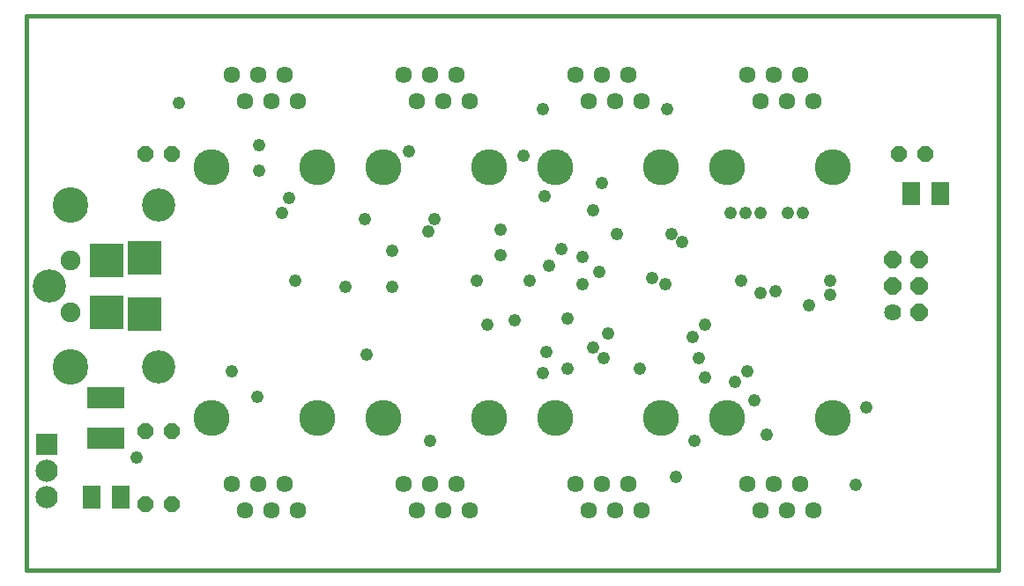
<source format=gts>
G75*
G70*
%OFA0B0*%
%FSLAX24Y24*%
%IPPOS*%
%LPD*%
%AMOC8*
5,1,8,0,0,1.08239X$1,22.5*
%
%ADD10C,0.0160*%
%ADD11C,0.0640*%
%ADD12OC8,0.0640*%
%ADD13R,0.0840X0.0840*%
%ADD14C,0.0840*%
%ADD15C,0.0634*%
%ADD16C,0.0000*%
%ADD17C,0.1360*%
%ADD18C,0.1261*%
%ADD19C,0.1346*%
%ADD20R,0.1261X0.1261*%
%ADD21C,0.0749*%
%ADD22OC8,0.0600*%
%ADD23R,0.0710X0.0867*%
%ADD24R,0.1419X0.0828*%
%ADD25C,0.0488*%
D10*
X000550Y001235D02*
X037300Y001235D01*
X037300Y022235D01*
X000550Y022235D01*
X000550Y001235D01*
D11*
X033300Y010985D03*
D12*
X034300Y010985D03*
X034300Y011985D03*
X033300Y011985D03*
X033300Y012985D03*
X034300Y012985D03*
D13*
X001300Y005985D03*
D14*
X001300Y004985D03*
X001300Y003985D03*
D15*
X008300Y004485D03*
X009300Y004485D03*
X010300Y004485D03*
X009800Y003485D03*
X010800Y003485D03*
X008800Y003485D03*
X014800Y004485D03*
X015800Y004485D03*
X016800Y004485D03*
X016300Y003485D03*
X017300Y003485D03*
X015300Y003485D03*
X021300Y004485D03*
X022300Y004485D03*
X023300Y004485D03*
X022800Y003485D03*
X021800Y003485D03*
X023800Y003485D03*
X027800Y004485D03*
X028800Y004485D03*
X029800Y004485D03*
X029300Y003485D03*
X028300Y003485D03*
X030300Y003485D03*
X030300Y018985D03*
X029300Y018985D03*
X028300Y018985D03*
X027800Y019985D03*
X028800Y019985D03*
X029800Y019985D03*
X023800Y018985D03*
X022800Y018985D03*
X021800Y018985D03*
X021300Y019985D03*
X022300Y019985D03*
X023300Y019985D03*
X017300Y018985D03*
X016300Y018985D03*
X015300Y018985D03*
X014800Y019985D03*
X015800Y019985D03*
X016800Y019985D03*
X010800Y018985D03*
X009800Y018985D03*
X008800Y018985D03*
X008300Y019985D03*
X009300Y019985D03*
X010300Y019985D03*
D16*
X010910Y016485D02*
X010912Y016535D01*
X010918Y016585D01*
X010928Y016634D01*
X010941Y016683D01*
X010959Y016730D01*
X010980Y016776D01*
X011004Y016819D01*
X011032Y016861D01*
X011063Y016901D01*
X011097Y016938D01*
X011134Y016972D01*
X011174Y017003D01*
X011216Y017031D01*
X011259Y017055D01*
X011305Y017076D01*
X011352Y017094D01*
X011401Y017107D01*
X011450Y017117D01*
X011500Y017123D01*
X011550Y017125D01*
X011600Y017123D01*
X011650Y017117D01*
X011699Y017107D01*
X011748Y017094D01*
X011795Y017076D01*
X011841Y017055D01*
X011884Y017031D01*
X011926Y017003D01*
X011966Y016972D01*
X012003Y016938D01*
X012037Y016901D01*
X012068Y016861D01*
X012096Y016819D01*
X012120Y016776D01*
X012141Y016730D01*
X012159Y016683D01*
X012172Y016634D01*
X012182Y016585D01*
X012188Y016535D01*
X012190Y016485D01*
X012188Y016435D01*
X012182Y016385D01*
X012172Y016336D01*
X012159Y016287D01*
X012141Y016240D01*
X012120Y016194D01*
X012096Y016151D01*
X012068Y016109D01*
X012037Y016069D01*
X012003Y016032D01*
X011966Y015998D01*
X011926Y015967D01*
X011884Y015939D01*
X011841Y015915D01*
X011795Y015894D01*
X011748Y015876D01*
X011699Y015863D01*
X011650Y015853D01*
X011600Y015847D01*
X011550Y015845D01*
X011500Y015847D01*
X011450Y015853D01*
X011401Y015863D01*
X011352Y015876D01*
X011305Y015894D01*
X011259Y015915D01*
X011216Y015939D01*
X011174Y015967D01*
X011134Y015998D01*
X011097Y016032D01*
X011063Y016069D01*
X011032Y016109D01*
X011004Y016151D01*
X010980Y016194D01*
X010959Y016240D01*
X010941Y016287D01*
X010928Y016336D01*
X010918Y016385D01*
X010912Y016435D01*
X010910Y016485D01*
X006910Y016485D02*
X006912Y016535D01*
X006918Y016585D01*
X006928Y016634D01*
X006941Y016683D01*
X006959Y016730D01*
X006980Y016776D01*
X007004Y016819D01*
X007032Y016861D01*
X007063Y016901D01*
X007097Y016938D01*
X007134Y016972D01*
X007174Y017003D01*
X007216Y017031D01*
X007259Y017055D01*
X007305Y017076D01*
X007352Y017094D01*
X007401Y017107D01*
X007450Y017117D01*
X007500Y017123D01*
X007550Y017125D01*
X007600Y017123D01*
X007650Y017117D01*
X007699Y017107D01*
X007748Y017094D01*
X007795Y017076D01*
X007841Y017055D01*
X007884Y017031D01*
X007926Y017003D01*
X007966Y016972D01*
X008003Y016938D01*
X008037Y016901D01*
X008068Y016861D01*
X008096Y016819D01*
X008120Y016776D01*
X008141Y016730D01*
X008159Y016683D01*
X008172Y016634D01*
X008182Y016585D01*
X008188Y016535D01*
X008190Y016485D01*
X008188Y016435D01*
X008182Y016385D01*
X008172Y016336D01*
X008159Y016287D01*
X008141Y016240D01*
X008120Y016194D01*
X008096Y016151D01*
X008068Y016109D01*
X008037Y016069D01*
X008003Y016032D01*
X007966Y015998D01*
X007926Y015967D01*
X007884Y015939D01*
X007841Y015915D01*
X007795Y015894D01*
X007748Y015876D01*
X007699Y015863D01*
X007650Y015853D01*
X007600Y015847D01*
X007550Y015845D01*
X007500Y015847D01*
X007450Y015853D01*
X007401Y015863D01*
X007352Y015876D01*
X007305Y015894D01*
X007259Y015915D01*
X007216Y015939D01*
X007174Y015967D01*
X007134Y015998D01*
X007097Y016032D01*
X007063Y016069D01*
X007032Y016109D01*
X007004Y016151D01*
X006980Y016194D01*
X006959Y016240D01*
X006941Y016287D01*
X006928Y016336D01*
X006918Y016385D01*
X006912Y016435D01*
X006910Y016485D01*
X001869Y012969D02*
X001871Y013005D01*
X001877Y013041D01*
X001887Y013076D01*
X001900Y013110D01*
X001917Y013142D01*
X001937Y013172D01*
X001961Y013199D01*
X001987Y013224D01*
X002016Y013246D01*
X002047Y013265D01*
X002080Y013280D01*
X002114Y013292D01*
X002150Y013300D01*
X002186Y013304D01*
X002222Y013304D01*
X002258Y013300D01*
X002294Y013292D01*
X002328Y013280D01*
X002361Y013265D01*
X002392Y013246D01*
X002421Y013224D01*
X002447Y013199D01*
X002471Y013172D01*
X002491Y013142D01*
X002508Y013110D01*
X002521Y013076D01*
X002531Y013041D01*
X002537Y013005D01*
X002539Y012969D01*
X002537Y012933D01*
X002531Y012897D01*
X002521Y012862D01*
X002508Y012828D01*
X002491Y012796D01*
X002471Y012766D01*
X002447Y012739D01*
X002421Y012714D01*
X002392Y012692D01*
X002361Y012673D01*
X002328Y012658D01*
X002294Y012646D01*
X002258Y012638D01*
X002222Y012634D01*
X002186Y012634D01*
X002150Y012638D01*
X002114Y012646D01*
X002080Y012658D01*
X002047Y012673D01*
X002016Y012692D01*
X001987Y012714D01*
X001961Y012739D01*
X001937Y012766D01*
X001917Y012796D01*
X001900Y012828D01*
X001887Y012862D01*
X001877Y012897D01*
X001871Y012933D01*
X001869Y012969D01*
X001869Y011001D02*
X001871Y011037D01*
X001877Y011073D01*
X001887Y011108D01*
X001900Y011142D01*
X001917Y011174D01*
X001937Y011204D01*
X001961Y011231D01*
X001987Y011256D01*
X002016Y011278D01*
X002047Y011297D01*
X002080Y011312D01*
X002114Y011324D01*
X002150Y011332D01*
X002186Y011336D01*
X002222Y011336D01*
X002258Y011332D01*
X002294Y011324D01*
X002328Y011312D01*
X002361Y011297D01*
X002392Y011278D01*
X002421Y011256D01*
X002447Y011231D01*
X002471Y011204D01*
X002491Y011174D01*
X002508Y011142D01*
X002521Y011108D01*
X002531Y011073D01*
X002537Y011037D01*
X002539Y011001D01*
X002537Y010965D01*
X002531Y010929D01*
X002521Y010894D01*
X002508Y010860D01*
X002491Y010828D01*
X002471Y010798D01*
X002447Y010771D01*
X002421Y010746D01*
X002392Y010724D01*
X002361Y010705D01*
X002328Y010690D01*
X002294Y010678D01*
X002258Y010670D01*
X002222Y010666D01*
X002186Y010666D01*
X002150Y010670D01*
X002114Y010678D01*
X002080Y010690D01*
X002047Y010705D01*
X002016Y010724D01*
X001987Y010746D01*
X001961Y010771D01*
X001937Y010798D01*
X001917Y010828D01*
X001900Y010860D01*
X001887Y010894D01*
X001877Y010929D01*
X001871Y010965D01*
X001869Y011001D01*
X006910Y006985D02*
X006912Y007035D01*
X006918Y007085D01*
X006928Y007134D01*
X006941Y007183D01*
X006959Y007230D01*
X006980Y007276D01*
X007004Y007319D01*
X007032Y007361D01*
X007063Y007401D01*
X007097Y007438D01*
X007134Y007472D01*
X007174Y007503D01*
X007216Y007531D01*
X007259Y007555D01*
X007305Y007576D01*
X007352Y007594D01*
X007401Y007607D01*
X007450Y007617D01*
X007500Y007623D01*
X007550Y007625D01*
X007600Y007623D01*
X007650Y007617D01*
X007699Y007607D01*
X007748Y007594D01*
X007795Y007576D01*
X007841Y007555D01*
X007884Y007531D01*
X007926Y007503D01*
X007966Y007472D01*
X008003Y007438D01*
X008037Y007401D01*
X008068Y007361D01*
X008096Y007319D01*
X008120Y007276D01*
X008141Y007230D01*
X008159Y007183D01*
X008172Y007134D01*
X008182Y007085D01*
X008188Y007035D01*
X008190Y006985D01*
X008188Y006935D01*
X008182Y006885D01*
X008172Y006836D01*
X008159Y006787D01*
X008141Y006740D01*
X008120Y006694D01*
X008096Y006651D01*
X008068Y006609D01*
X008037Y006569D01*
X008003Y006532D01*
X007966Y006498D01*
X007926Y006467D01*
X007884Y006439D01*
X007841Y006415D01*
X007795Y006394D01*
X007748Y006376D01*
X007699Y006363D01*
X007650Y006353D01*
X007600Y006347D01*
X007550Y006345D01*
X007500Y006347D01*
X007450Y006353D01*
X007401Y006363D01*
X007352Y006376D01*
X007305Y006394D01*
X007259Y006415D01*
X007216Y006439D01*
X007174Y006467D01*
X007134Y006498D01*
X007097Y006532D01*
X007063Y006569D01*
X007032Y006609D01*
X007004Y006651D01*
X006980Y006694D01*
X006959Y006740D01*
X006941Y006787D01*
X006928Y006836D01*
X006918Y006885D01*
X006912Y006935D01*
X006910Y006985D01*
X010910Y006985D02*
X010912Y007035D01*
X010918Y007085D01*
X010928Y007134D01*
X010941Y007183D01*
X010959Y007230D01*
X010980Y007276D01*
X011004Y007319D01*
X011032Y007361D01*
X011063Y007401D01*
X011097Y007438D01*
X011134Y007472D01*
X011174Y007503D01*
X011216Y007531D01*
X011259Y007555D01*
X011305Y007576D01*
X011352Y007594D01*
X011401Y007607D01*
X011450Y007617D01*
X011500Y007623D01*
X011550Y007625D01*
X011600Y007623D01*
X011650Y007617D01*
X011699Y007607D01*
X011748Y007594D01*
X011795Y007576D01*
X011841Y007555D01*
X011884Y007531D01*
X011926Y007503D01*
X011966Y007472D01*
X012003Y007438D01*
X012037Y007401D01*
X012068Y007361D01*
X012096Y007319D01*
X012120Y007276D01*
X012141Y007230D01*
X012159Y007183D01*
X012172Y007134D01*
X012182Y007085D01*
X012188Y007035D01*
X012190Y006985D01*
X012188Y006935D01*
X012182Y006885D01*
X012172Y006836D01*
X012159Y006787D01*
X012141Y006740D01*
X012120Y006694D01*
X012096Y006651D01*
X012068Y006609D01*
X012037Y006569D01*
X012003Y006532D01*
X011966Y006498D01*
X011926Y006467D01*
X011884Y006439D01*
X011841Y006415D01*
X011795Y006394D01*
X011748Y006376D01*
X011699Y006363D01*
X011650Y006353D01*
X011600Y006347D01*
X011550Y006345D01*
X011500Y006347D01*
X011450Y006353D01*
X011401Y006363D01*
X011352Y006376D01*
X011305Y006394D01*
X011259Y006415D01*
X011216Y006439D01*
X011174Y006467D01*
X011134Y006498D01*
X011097Y006532D01*
X011063Y006569D01*
X011032Y006609D01*
X011004Y006651D01*
X010980Y006694D01*
X010959Y006740D01*
X010941Y006787D01*
X010928Y006836D01*
X010918Y006885D01*
X010912Y006935D01*
X010910Y006985D01*
X013410Y006985D02*
X013412Y007035D01*
X013418Y007085D01*
X013428Y007134D01*
X013441Y007183D01*
X013459Y007230D01*
X013480Y007276D01*
X013504Y007319D01*
X013532Y007361D01*
X013563Y007401D01*
X013597Y007438D01*
X013634Y007472D01*
X013674Y007503D01*
X013716Y007531D01*
X013759Y007555D01*
X013805Y007576D01*
X013852Y007594D01*
X013901Y007607D01*
X013950Y007617D01*
X014000Y007623D01*
X014050Y007625D01*
X014100Y007623D01*
X014150Y007617D01*
X014199Y007607D01*
X014248Y007594D01*
X014295Y007576D01*
X014341Y007555D01*
X014384Y007531D01*
X014426Y007503D01*
X014466Y007472D01*
X014503Y007438D01*
X014537Y007401D01*
X014568Y007361D01*
X014596Y007319D01*
X014620Y007276D01*
X014641Y007230D01*
X014659Y007183D01*
X014672Y007134D01*
X014682Y007085D01*
X014688Y007035D01*
X014690Y006985D01*
X014688Y006935D01*
X014682Y006885D01*
X014672Y006836D01*
X014659Y006787D01*
X014641Y006740D01*
X014620Y006694D01*
X014596Y006651D01*
X014568Y006609D01*
X014537Y006569D01*
X014503Y006532D01*
X014466Y006498D01*
X014426Y006467D01*
X014384Y006439D01*
X014341Y006415D01*
X014295Y006394D01*
X014248Y006376D01*
X014199Y006363D01*
X014150Y006353D01*
X014100Y006347D01*
X014050Y006345D01*
X014000Y006347D01*
X013950Y006353D01*
X013901Y006363D01*
X013852Y006376D01*
X013805Y006394D01*
X013759Y006415D01*
X013716Y006439D01*
X013674Y006467D01*
X013634Y006498D01*
X013597Y006532D01*
X013563Y006569D01*
X013532Y006609D01*
X013504Y006651D01*
X013480Y006694D01*
X013459Y006740D01*
X013441Y006787D01*
X013428Y006836D01*
X013418Y006885D01*
X013412Y006935D01*
X013410Y006985D01*
X017410Y006985D02*
X017412Y007035D01*
X017418Y007085D01*
X017428Y007134D01*
X017441Y007183D01*
X017459Y007230D01*
X017480Y007276D01*
X017504Y007319D01*
X017532Y007361D01*
X017563Y007401D01*
X017597Y007438D01*
X017634Y007472D01*
X017674Y007503D01*
X017716Y007531D01*
X017759Y007555D01*
X017805Y007576D01*
X017852Y007594D01*
X017901Y007607D01*
X017950Y007617D01*
X018000Y007623D01*
X018050Y007625D01*
X018100Y007623D01*
X018150Y007617D01*
X018199Y007607D01*
X018248Y007594D01*
X018295Y007576D01*
X018341Y007555D01*
X018384Y007531D01*
X018426Y007503D01*
X018466Y007472D01*
X018503Y007438D01*
X018537Y007401D01*
X018568Y007361D01*
X018596Y007319D01*
X018620Y007276D01*
X018641Y007230D01*
X018659Y007183D01*
X018672Y007134D01*
X018682Y007085D01*
X018688Y007035D01*
X018690Y006985D01*
X018688Y006935D01*
X018682Y006885D01*
X018672Y006836D01*
X018659Y006787D01*
X018641Y006740D01*
X018620Y006694D01*
X018596Y006651D01*
X018568Y006609D01*
X018537Y006569D01*
X018503Y006532D01*
X018466Y006498D01*
X018426Y006467D01*
X018384Y006439D01*
X018341Y006415D01*
X018295Y006394D01*
X018248Y006376D01*
X018199Y006363D01*
X018150Y006353D01*
X018100Y006347D01*
X018050Y006345D01*
X018000Y006347D01*
X017950Y006353D01*
X017901Y006363D01*
X017852Y006376D01*
X017805Y006394D01*
X017759Y006415D01*
X017716Y006439D01*
X017674Y006467D01*
X017634Y006498D01*
X017597Y006532D01*
X017563Y006569D01*
X017532Y006609D01*
X017504Y006651D01*
X017480Y006694D01*
X017459Y006740D01*
X017441Y006787D01*
X017428Y006836D01*
X017418Y006885D01*
X017412Y006935D01*
X017410Y006985D01*
X019910Y006985D02*
X019912Y007035D01*
X019918Y007085D01*
X019928Y007134D01*
X019941Y007183D01*
X019959Y007230D01*
X019980Y007276D01*
X020004Y007319D01*
X020032Y007361D01*
X020063Y007401D01*
X020097Y007438D01*
X020134Y007472D01*
X020174Y007503D01*
X020216Y007531D01*
X020259Y007555D01*
X020305Y007576D01*
X020352Y007594D01*
X020401Y007607D01*
X020450Y007617D01*
X020500Y007623D01*
X020550Y007625D01*
X020600Y007623D01*
X020650Y007617D01*
X020699Y007607D01*
X020748Y007594D01*
X020795Y007576D01*
X020841Y007555D01*
X020884Y007531D01*
X020926Y007503D01*
X020966Y007472D01*
X021003Y007438D01*
X021037Y007401D01*
X021068Y007361D01*
X021096Y007319D01*
X021120Y007276D01*
X021141Y007230D01*
X021159Y007183D01*
X021172Y007134D01*
X021182Y007085D01*
X021188Y007035D01*
X021190Y006985D01*
X021188Y006935D01*
X021182Y006885D01*
X021172Y006836D01*
X021159Y006787D01*
X021141Y006740D01*
X021120Y006694D01*
X021096Y006651D01*
X021068Y006609D01*
X021037Y006569D01*
X021003Y006532D01*
X020966Y006498D01*
X020926Y006467D01*
X020884Y006439D01*
X020841Y006415D01*
X020795Y006394D01*
X020748Y006376D01*
X020699Y006363D01*
X020650Y006353D01*
X020600Y006347D01*
X020550Y006345D01*
X020500Y006347D01*
X020450Y006353D01*
X020401Y006363D01*
X020352Y006376D01*
X020305Y006394D01*
X020259Y006415D01*
X020216Y006439D01*
X020174Y006467D01*
X020134Y006498D01*
X020097Y006532D01*
X020063Y006569D01*
X020032Y006609D01*
X020004Y006651D01*
X019980Y006694D01*
X019959Y006740D01*
X019941Y006787D01*
X019928Y006836D01*
X019918Y006885D01*
X019912Y006935D01*
X019910Y006985D01*
X023910Y006985D02*
X023912Y007035D01*
X023918Y007085D01*
X023928Y007134D01*
X023941Y007183D01*
X023959Y007230D01*
X023980Y007276D01*
X024004Y007319D01*
X024032Y007361D01*
X024063Y007401D01*
X024097Y007438D01*
X024134Y007472D01*
X024174Y007503D01*
X024216Y007531D01*
X024259Y007555D01*
X024305Y007576D01*
X024352Y007594D01*
X024401Y007607D01*
X024450Y007617D01*
X024500Y007623D01*
X024550Y007625D01*
X024600Y007623D01*
X024650Y007617D01*
X024699Y007607D01*
X024748Y007594D01*
X024795Y007576D01*
X024841Y007555D01*
X024884Y007531D01*
X024926Y007503D01*
X024966Y007472D01*
X025003Y007438D01*
X025037Y007401D01*
X025068Y007361D01*
X025096Y007319D01*
X025120Y007276D01*
X025141Y007230D01*
X025159Y007183D01*
X025172Y007134D01*
X025182Y007085D01*
X025188Y007035D01*
X025190Y006985D01*
X025188Y006935D01*
X025182Y006885D01*
X025172Y006836D01*
X025159Y006787D01*
X025141Y006740D01*
X025120Y006694D01*
X025096Y006651D01*
X025068Y006609D01*
X025037Y006569D01*
X025003Y006532D01*
X024966Y006498D01*
X024926Y006467D01*
X024884Y006439D01*
X024841Y006415D01*
X024795Y006394D01*
X024748Y006376D01*
X024699Y006363D01*
X024650Y006353D01*
X024600Y006347D01*
X024550Y006345D01*
X024500Y006347D01*
X024450Y006353D01*
X024401Y006363D01*
X024352Y006376D01*
X024305Y006394D01*
X024259Y006415D01*
X024216Y006439D01*
X024174Y006467D01*
X024134Y006498D01*
X024097Y006532D01*
X024063Y006569D01*
X024032Y006609D01*
X024004Y006651D01*
X023980Y006694D01*
X023959Y006740D01*
X023941Y006787D01*
X023928Y006836D01*
X023918Y006885D01*
X023912Y006935D01*
X023910Y006985D01*
X026410Y006985D02*
X026412Y007035D01*
X026418Y007085D01*
X026428Y007134D01*
X026441Y007183D01*
X026459Y007230D01*
X026480Y007276D01*
X026504Y007319D01*
X026532Y007361D01*
X026563Y007401D01*
X026597Y007438D01*
X026634Y007472D01*
X026674Y007503D01*
X026716Y007531D01*
X026759Y007555D01*
X026805Y007576D01*
X026852Y007594D01*
X026901Y007607D01*
X026950Y007617D01*
X027000Y007623D01*
X027050Y007625D01*
X027100Y007623D01*
X027150Y007617D01*
X027199Y007607D01*
X027248Y007594D01*
X027295Y007576D01*
X027341Y007555D01*
X027384Y007531D01*
X027426Y007503D01*
X027466Y007472D01*
X027503Y007438D01*
X027537Y007401D01*
X027568Y007361D01*
X027596Y007319D01*
X027620Y007276D01*
X027641Y007230D01*
X027659Y007183D01*
X027672Y007134D01*
X027682Y007085D01*
X027688Y007035D01*
X027690Y006985D01*
X027688Y006935D01*
X027682Y006885D01*
X027672Y006836D01*
X027659Y006787D01*
X027641Y006740D01*
X027620Y006694D01*
X027596Y006651D01*
X027568Y006609D01*
X027537Y006569D01*
X027503Y006532D01*
X027466Y006498D01*
X027426Y006467D01*
X027384Y006439D01*
X027341Y006415D01*
X027295Y006394D01*
X027248Y006376D01*
X027199Y006363D01*
X027150Y006353D01*
X027100Y006347D01*
X027050Y006345D01*
X027000Y006347D01*
X026950Y006353D01*
X026901Y006363D01*
X026852Y006376D01*
X026805Y006394D01*
X026759Y006415D01*
X026716Y006439D01*
X026674Y006467D01*
X026634Y006498D01*
X026597Y006532D01*
X026563Y006569D01*
X026532Y006609D01*
X026504Y006651D01*
X026480Y006694D01*
X026459Y006740D01*
X026441Y006787D01*
X026428Y006836D01*
X026418Y006885D01*
X026412Y006935D01*
X026410Y006985D01*
X030410Y006985D02*
X030412Y007035D01*
X030418Y007085D01*
X030428Y007134D01*
X030441Y007183D01*
X030459Y007230D01*
X030480Y007276D01*
X030504Y007319D01*
X030532Y007361D01*
X030563Y007401D01*
X030597Y007438D01*
X030634Y007472D01*
X030674Y007503D01*
X030716Y007531D01*
X030759Y007555D01*
X030805Y007576D01*
X030852Y007594D01*
X030901Y007607D01*
X030950Y007617D01*
X031000Y007623D01*
X031050Y007625D01*
X031100Y007623D01*
X031150Y007617D01*
X031199Y007607D01*
X031248Y007594D01*
X031295Y007576D01*
X031341Y007555D01*
X031384Y007531D01*
X031426Y007503D01*
X031466Y007472D01*
X031503Y007438D01*
X031537Y007401D01*
X031568Y007361D01*
X031596Y007319D01*
X031620Y007276D01*
X031641Y007230D01*
X031659Y007183D01*
X031672Y007134D01*
X031682Y007085D01*
X031688Y007035D01*
X031690Y006985D01*
X031688Y006935D01*
X031682Y006885D01*
X031672Y006836D01*
X031659Y006787D01*
X031641Y006740D01*
X031620Y006694D01*
X031596Y006651D01*
X031568Y006609D01*
X031537Y006569D01*
X031503Y006532D01*
X031466Y006498D01*
X031426Y006467D01*
X031384Y006439D01*
X031341Y006415D01*
X031295Y006394D01*
X031248Y006376D01*
X031199Y006363D01*
X031150Y006353D01*
X031100Y006347D01*
X031050Y006345D01*
X031000Y006347D01*
X030950Y006353D01*
X030901Y006363D01*
X030852Y006376D01*
X030805Y006394D01*
X030759Y006415D01*
X030716Y006439D01*
X030674Y006467D01*
X030634Y006498D01*
X030597Y006532D01*
X030563Y006569D01*
X030532Y006609D01*
X030504Y006651D01*
X030480Y006694D01*
X030459Y006740D01*
X030441Y006787D01*
X030428Y006836D01*
X030418Y006885D01*
X030412Y006935D01*
X030410Y006985D01*
X030410Y016485D02*
X030412Y016535D01*
X030418Y016585D01*
X030428Y016634D01*
X030441Y016683D01*
X030459Y016730D01*
X030480Y016776D01*
X030504Y016819D01*
X030532Y016861D01*
X030563Y016901D01*
X030597Y016938D01*
X030634Y016972D01*
X030674Y017003D01*
X030716Y017031D01*
X030759Y017055D01*
X030805Y017076D01*
X030852Y017094D01*
X030901Y017107D01*
X030950Y017117D01*
X031000Y017123D01*
X031050Y017125D01*
X031100Y017123D01*
X031150Y017117D01*
X031199Y017107D01*
X031248Y017094D01*
X031295Y017076D01*
X031341Y017055D01*
X031384Y017031D01*
X031426Y017003D01*
X031466Y016972D01*
X031503Y016938D01*
X031537Y016901D01*
X031568Y016861D01*
X031596Y016819D01*
X031620Y016776D01*
X031641Y016730D01*
X031659Y016683D01*
X031672Y016634D01*
X031682Y016585D01*
X031688Y016535D01*
X031690Y016485D01*
X031688Y016435D01*
X031682Y016385D01*
X031672Y016336D01*
X031659Y016287D01*
X031641Y016240D01*
X031620Y016194D01*
X031596Y016151D01*
X031568Y016109D01*
X031537Y016069D01*
X031503Y016032D01*
X031466Y015998D01*
X031426Y015967D01*
X031384Y015939D01*
X031341Y015915D01*
X031295Y015894D01*
X031248Y015876D01*
X031199Y015863D01*
X031150Y015853D01*
X031100Y015847D01*
X031050Y015845D01*
X031000Y015847D01*
X030950Y015853D01*
X030901Y015863D01*
X030852Y015876D01*
X030805Y015894D01*
X030759Y015915D01*
X030716Y015939D01*
X030674Y015967D01*
X030634Y015998D01*
X030597Y016032D01*
X030563Y016069D01*
X030532Y016109D01*
X030504Y016151D01*
X030480Y016194D01*
X030459Y016240D01*
X030441Y016287D01*
X030428Y016336D01*
X030418Y016385D01*
X030412Y016435D01*
X030410Y016485D01*
X026410Y016485D02*
X026412Y016535D01*
X026418Y016585D01*
X026428Y016634D01*
X026441Y016683D01*
X026459Y016730D01*
X026480Y016776D01*
X026504Y016819D01*
X026532Y016861D01*
X026563Y016901D01*
X026597Y016938D01*
X026634Y016972D01*
X026674Y017003D01*
X026716Y017031D01*
X026759Y017055D01*
X026805Y017076D01*
X026852Y017094D01*
X026901Y017107D01*
X026950Y017117D01*
X027000Y017123D01*
X027050Y017125D01*
X027100Y017123D01*
X027150Y017117D01*
X027199Y017107D01*
X027248Y017094D01*
X027295Y017076D01*
X027341Y017055D01*
X027384Y017031D01*
X027426Y017003D01*
X027466Y016972D01*
X027503Y016938D01*
X027537Y016901D01*
X027568Y016861D01*
X027596Y016819D01*
X027620Y016776D01*
X027641Y016730D01*
X027659Y016683D01*
X027672Y016634D01*
X027682Y016585D01*
X027688Y016535D01*
X027690Y016485D01*
X027688Y016435D01*
X027682Y016385D01*
X027672Y016336D01*
X027659Y016287D01*
X027641Y016240D01*
X027620Y016194D01*
X027596Y016151D01*
X027568Y016109D01*
X027537Y016069D01*
X027503Y016032D01*
X027466Y015998D01*
X027426Y015967D01*
X027384Y015939D01*
X027341Y015915D01*
X027295Y015894D01*
X027248Y015876D01*
X027199Y015863D01*
X027150Y015853D01*
X027100Y015847D01*
X027050Y015845D01*
X027000Y015847D01*
X026950Y015853D01*
X026901Y015863D01*
X026852Y015876D01*
X026805Y015894D01*
X026759Y015915D01*
X026716Y015939D01*
X026674Y015967D01*
X026634Y015998D01*
X026597Y016032D01*
X026563Y016069D01*
X026532Y016109D01*
X026504Y016151D01*
X026480Y016194D01*
X026459Y016240D01*
X026441Y016287D01*
X026428Y016336D01*
X026418Y016385D01*
X026412Y016435D01*
X026410Y016485D01*
X023910Y016485D02*
X023912Y016535D01*
X023918Y016585D01*
X023928Y016634D01*
X023941Y016683D01*
X023959Y016730D01*
X023980Y016776D01*
X024004Y016819D01*
X024032Y016861D01*
X024063Y016901D01*
X024097Y016938D01*
X024134Y016972D01*
X024174Y017003D01*
X024216Y017031D01*
X024259Y017055D01*
X024305Y017076D01*
X024352Y017094D01*
X024401Y017107D01*
X024450Y017117D01*
X024500Y017123D01*
X024550Y017125D01*
X024600Y017123D01*
X024650Y017117D01*
X024699Y017107D01*
X024748Y017094D01*
X024795Y017076D01*
X024841Y017055D01*
X024884Y017031D01*
X024926Y017003D01*
X024966Y016972D01*
X025003Y016938D01*
X025037Y016901D01*
X025068Y016861D01*
X025096Y016819D01*
X025120Y016776D01*
X025141Y016730D01*
X025159Y016683D01*
X025172Y016634D01*
X025182Y016585D01*
X025188Y016535D01*
X025190Y016485D01*
X025188Y016435D01*
X025182Y016385D01*
X025172Y016336D01*
X025159Y016287D01*
X025141Y016240D01*
X025120Y016194D01*
X025096Y016151D01*
X025068Y016109D01*
X025037Y016069D01*
X025003Y016032D01*
X024966Y015998D01*
X024926Y015967D01*
X024884Y015939D01*
X024841Y015915D01*
X024795Y015894D01*
X024748Y015876D01*
X024699Y015863D01*
X024650Y015853D01*
X024600Y015847D01*
X024550Y015845D01*
X024500Y015847D01*
X024450Y015853D01*
X024401Y015863D01*
X024352Y015876D01*
X024305Y015894D01*
X024259Y015915D01*
X024216Y015939D01*
X024174Y015967D01*
X024134Y015998D01*
X024097Y016032D01*
X024063Y016069D01*
X024032Y016109D01*
X024004Y016151D01*
X023980Y016194D01*
X023959Y016240D01*
X023941Y016287D01*
X023928Y016336D01*
X023918Y016385D01*
X023912Y016435D01*
X023910Y016485D01*
X019910Y016485D02*
X019912Y016535D01*
X019918Y016585D01*
X019928Y016634D01*
X019941Y016683D01*
X019959Y016730D01*
X019980Y016776D01*
X020004Y016819D01*
X020032Y016861D01*
X020063Y016901D01*
X020097Y016938D01*
X020134Y016972D01*
X020174Y017003D01*
X020216Y017031D01*
X020259Y017055D01*
X020305Y017076D01*
X020352Y017094D01*
X020401Y017107D01*
X020450Y017117D01*
X020500Y017123D01*
X020550Y017125D01*
X020600Y017123D01*
X020650Y017117D01*
X020699Y017107D01*
X020748Y017094D01*
X020795Y017076D01*
X020841Y017055D01*
X020884Y017031D01*
X020926Y017003D01*
X020966Y016972D01*
X021003Y016938D01*
X021037Y016901D01*
X021068Y016861D01*
X021096Y016819D01*
X021120Y016776D01*
X021141Y016730D01*
X021159Y016683D01*
X021172Y016634D01*
X021182Y016585D01*
X021188Y016535D01*
X021190Y016485D01*
X021188Y016435D01*
X021182Y016385D01*
X021172Y016336D01*
X021159Y016287D01*
X021141Y016240D01*
X021120Y016194D01*
X021096Y016151D01*
X021068Y016109D01*
X021037Y016069D01*
X021003Y016032D01*
X020966Y015998D01*
X020926Y015967D01*
X020884Y015939D01*
X020841Y015915D01*
X020795Y015894D01*
X020748Y015876D01*
X020699Y015863D01*
X020650Y015853D01*
X020600Y015847D01*
X020550Y015845D01*
X020500Y015847D01*
X020450Y015853D01*
X020401Y015863D01*
X020352Y015876D01*
X020305Y015894D01*
X020259Y015915D01*
X020216Y015939D01*
X020174Y015967D01*
X020134Y015998D01*
X020097Y016032D01*
X020063Y016069D01*
X020032Y016109D01*
X020004Y016151D01*
X019980Y016194D01*
X019959Y016240D01*
X019941Y016287D01*
X019928Y016336D01*
X019918Y016385D01*
X019912Y016435D01*
X019910Y016485D01*
X017410Y016485D02*
X017412Y016535D01*
X017418Y016585D01*
X017428Y016634D01*
X017441Y016683D01*
X017459Y016730D01*
X017480Y016776D01*
X017504Y016819D01*
X017532Y016861D01*
X017563Y016901D01*
X017597Y016938D01*
X017634Y016972D01*
X017674Y017003D01*
X017716Y017031D01*
X017759Y017055D01*
X017805Y017076D01*
X017852Y017094D01*
X017901Y017107D01*
X017950Y017117D01*
X018000Y017123D01*
X018050Y017125D01*
X018100Y017123D01*
X018150Y017117D01*
X018199Y017107D01*
X018248Y017094D01*
X018295Y017076D01*
X018341Y017055D01*
X018384Y017031D01*
X018426Y017003D01*
X018466Y016972D01*
X018503Y016938D01*
X018537Y016901D01*
X018568Y016861D01*
X018596Y016819D01*
X018620Y016776D01*
X018641Y016730D01*
X018659Y016683D01*
X018672Y016634D01*
X018682Y016585D01*
X018688Y016535D01*
X018690Y016485D01*
X018688Y016435D01*
X018682Y016385D01*
X018672Y016336D01*
X018659Y016287D01*
X018641Y016240D01*
X018620Y016194D01*
X018596Y016151D01*
X018568Y016109D01*
X018537Y016069D01*
X018503Y016032D01*
X018466Y015998D01*
X018426Y015967D01*
X018384Y015939D01*
X018341Y015915D01*
X018295Y015894D01*
X018248Y015876D01*
X018199Y015863D01*
X018150Y015853D01*
X018100Y015847D01*
X018050Y015845D01*
X018000Y015847D01*
X017950Y015853D01*
X017901Y015863D01*
X017852Y015876D01*
X017805Y015894D01*
X017759Y015915D01*
X017716Y015939D01*
X017674Y015967D01*
X017634Y015998D01*
X017597Y016032D01*
X017563Y016069D01*
X017532Y016109D01*
X017504Y016151D01*
X017480Y016194D01*
X017459Y016240D01*
X017441Y016287D01*
X017428Y016336D01*
X017418Y016385D01*
X017412Y016435D01*
X017410Y016485D01*
X013410Y016485D02*
X013412Y016535D01*
X013418Y016585D01*
X013428Y016634D01*
X013441Y016683D01*
X013459Y016730D01*
X013480Y016776D01*
X013504Y016819D01*
X013532Y016861D01*
X013563Y016901D01*
X013597Y016938D01*
X013634Y016972D01*
X013674Y017003D01*
X013716Y017031D01*
X013759Y017055D01*
X013805Y017076D01*
X013852Y017094D01*
X013901Y017107D01*
X013950Y017117D01*
X014000Y017123D01*
X014050Y017125D01*
X014100Y017123D01*
X014150Y017117D01*
X014199Y017107D01*
X014248Y017094D01*
X014295Y017076D01*
X014341Y017055D01*
X014384Y017031D01*
X014426Y017003D01*
X014466Y016972D01*
X014503Y016938D01*
X014537Y016901D01*
X014568Y016861D01*
X014596Y016819D01*
X014620Y016776D01*
X014641Y016730D01*
X014659Y016683D01*
X014672Y016634D01*
X014682Y016585D01*
X014688Y016535D01*
X014690Y016485D01*
X014688Y016435D01*
X014682Y016385D01*
X014672Y016336D01*
X014659Y016287D01*
X014641Y016240D01*
X014620Y016194D01*
X014596Y016151D01*
X014568Y016109D01*
X014537Y016069D01*
X014503Y016032D01*
X014466Y015998D01*
X014426Y015967D01*
X014384Y015939D01*
X014341Y015915D01*
X014295Y015894D01*
X014248Y015876D01*
X014199Y015863D01*
X014150Y015853D01*
X014100Y015847D01*
X014050Y015845D01*
X014000Y015847D01*
X013950Y015853D01*
X013901Y015863D01*
X013852Y015876D01*
X013805Y015894D01*
X013759Y015915D01*
X013716Y015939D01*
X013674Y015967D01*
X013634Y015998D01*
X013597Y016032D01*
X013563Y016069D01*
X013532Y016109D01*
X013504Y016151D01*
X013480Y016194D01*
X013459Y016240D01*
X013441Y016287D01*
X013428Y016336D01*
X013418Y016385D01*
X013412Y016435D01*
X013410Y016485D01*
D17*
X014050Y016485D03*
X011550Y016485D03*
X007550Y016485D03*
X018050Y016485D03*
X020550Y016485D03*
X024550Y016485D03*
X027050Y016485D03*
X031050Y016485D03*
X031050Y006985D03*
X027050Y006985D03*
X024550Y006985D03*
X020550Y006985D03*
X018050Y006985D03*
X014050Y006985D03*
X011550Y006985D03*
X007550Y006985D03*
D18*
X005550Y008914D03*
X001416Y011985D03*
X005550Y015056D03*
D19*
X002204Y015056D03*
X002204Y008914D03*
D20*
X005019Y010922D03*
X003581Y011001D03*
X003581Y012969D03*
X005019Y013048D03*
D21*
X002204Y012969D03*
X002204Y011001D03*
D22*
X005050Y006485D03*
X006050Y006485D03*
X006050Y003735D03*
X005050Y003735D03*
X005050Y016985D03*
X006050Y016985D03*
X033550Y016985D03*
X034550Y016985D03*
D23*
X033999Y015485D03*
X035101Y015485D03*
X004101Y003985D03*
X002999Y003985D03*
D24*
X003550Y006217D03*
X003550Y007753D03*
D25*
X004710Y005485D03*
X009270Y007805D03*
X008310Y008765D03*
X013430Y009405D03*
X012630Y011965D03*
X014390Y011965D03*
X014390Y013325D03*
X015750Y014045D03*
X015990Y014525D03*
X018470Y014125D03*
X018470Y013165D03*
X017590Y012205D03*
X019590Y012205D03*
X020310Y012765D03*
X020790Y013405D03*
X021590Y013085D03*
X022230Y012525D03*
X021590Y012045D03*
X021030Y010765D03*
X022550Y010205D03*
X021990Y009645D03*
X022390Y009245D03*
X021030Y008845D03*
X020070Y008685D03*
X020230Y009485D03*
X019030Y010685D03*
X017990Y010525D03*
X022870Y013965D03*
X021990Y014845D03*
X022310Y015885D03*
X020150Y015405D03*
X019350Y016925D03*
X020070Y018685D03*
X024790Y018685D03*
X027190Y014765D03*
X027750Y014765D03*
X028310Y014765D03*
X029350Y014765D03*
X029910Y014765D03*
X030950Y012205D03*
X030950Y011645D03*
X030150Y011245D03*
X028870Y011805D03*
X028310Y011725D03*
X027590Y012205D03*
X025350Y013645D03*
X024950Y013965D03*
X024230Y012285D03*
X024710Y012045D03*
X026230Y010525D03*
X025750Y010045D03*
X025990Y009245D03*
X026230Y008525D03*
X027350Y008365D03*
X027830Y008765D03*
X028070Y007645D03*
X028550Y006365D03*
X025830Y006125D03*
X025110Y004765D03*
X023750Y008845D03*
X015830Y006125D03*
X010710Y012205D03*
X013350Y014525D03*
X010470Y015325D03*
X010230Y014765D03*
X009350Y016365D03*
X009350Y017325D03*
X006310Y018925D03*
X015030Y017085D03*
X032310Y007405D03*
X031910Y004445D03*
M02*

</source>
